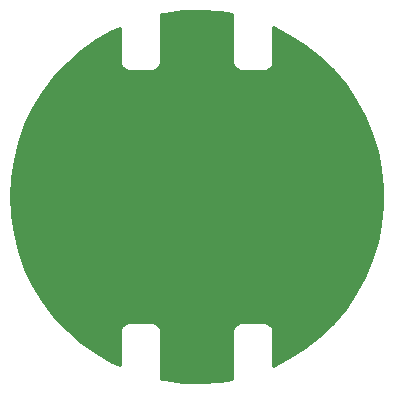
<source format=gbr>
%TF.GenerationSoftware,KiCad,Pcbnew,(5.1.9)-1*%
%TF.CreationDate,2022-07-15T12:11:18-04:00*%
%TF.ProjectId,X-Band_EPR_LGR,582d4261-6e64-45f4-9550-525f4c47522e,1.0*%
%TF.SameCoordinates,Original*%
%TF.FileFunction,Copper,L1,Top*%
%TF.FilePolarity,Positive*%
%FSLAX46Y46*%
G04 Gerber Fmt 4.6, Leading zero omitted, Abs format (unit mm)*
G04 Created by KiCad (PCBNEW (5.1.9)-1) date 2022-07-15 12:11:18*
%MOMM*%
%LPD*%
G01*
G04 APERTURE LIST*
%TA.AperFunction,ComponentPad*%
%ADD10C,5.000000*%
%TD*%
%TA.AperFunction,ComponentPad*%
%ADD11C,10.000000*%
%TD*%
%TA.AperFunction,ComponentPad*%
%ADD12C,8.000000*%
%TD*%
%TA.AperFunction,ComponentPad*%
%ADD13O,16.000000X2.000000*%
%TD*%
%TA.AperFunction,Conductor*%
%ADD14C,0.254000*%
%TD*%
%TA.AperFunction,Conductor*%
%ADD15C,0.100000*%
%TD*%
G04 APERTURE END LIST*
D10*
%TO.P,H2,1*%
%TO.N,GND*%
X91110000Y-91110000D03*
%TD*%
%TO.P,H3,1*%
%TO.N,GND*%
X108890000Y-91110000D03*
%TD*%
%TO.P,H4,1*%
%TO.N,GND*%
X108890000Y-108890000D03*
%TD*%
%TO.P,H5,1*%
%TO.N,GND*%
X91110000Y-108890000D03*
%TD*%
D11*
%TO.P,H1,1*%
%TO.N,GND*%
X100000000Y-100000000D03*
D12*
X107200000Y-100000000D03*
D13*
X100000000Y-100000000D03*
D12*
X92800000Y-100000000D03*
%TD*%
D14*
%TO.N,GND*%
X101955056Y-84399023D02*
X103023000Y-84587330D01*
X103023001Y-88577462D01*
X103023669Y-88584241D01*
X103023641Y-88588210D01*
X103023848Y-88590322D01*
X103036803Y-88713573D01*
X103039573Y-88727069D01*
X103042154Y-88740600D01*
X103042767Y-88742627D01*
X103042768Y-88742633D01*
X103042770Y-88742639D01*
X103079415Y-88861019D01*
X103084751Y-88873715D01*
X103089914Y-88886493D01*
X103090910Y-88888367D01*
X103149854Y-88997382D01*
X103157575Y-89008829D01*
X103165102Y-89020331D01*
X103166443Y-89021975D01*
X103245439Y-89117465D01*
X103255200Y-89127158D01*
X103264853Y-89137015D01*
X103266488Y-89138368D01*
X103362527Y-89216696D01*
X103374040Y-89224346D01*
X103385370Y-89232103D01*
X103387236Y-89233113D01*
X103496660Y-89291295D01*
X103509401Y-89296546D01*
X103522060Y-89301972D01*
X103524087Y-89302600D01*
X103642728Y-89338419D01*
X103656208Y-89341088D01*
X103669719Y-89343960D01*
X103671829Y-89344182D01*
X103795168Y-89356275D01*
X103795178Y-89356275D01*
X103802538Y-89357000D01*
X105722462Y-89357000D01*
X105729250Y-89356331D01*
X105733210Y-89356359D01*
X105735322Y-89356152D01*
X105858573Y-89343197D01*
X105872069Y-89340427D01*
X105885600Y-89337846D01*
X105887627Y-89337233D01*
X105887633Y-89337232D01*
X105887639Y-89337230D01*
X106006019Y-89300585D01*
X106018715Y-89295249D01*
X106031493Y-89290086D01*
X106033367Y-89289090D01*
X106142382Y-89230146D01*
X106153829Y-89222425D01*
X106165331Y-89214898D01*
X106166975Y-89213557D01*
X106262465Y-89134561D01*
X106272158Y-89124800D01*
X106282015Y-89115147D01*
X106283368Y-89113512D01*
X106361696Y-89017473D01*
X106369346Y-89005960D01*
X106377103Y-88994630D01*
X106378113Y-88992764D01*
X106436295Y-88883340D01*
X106441546Y-88870599D01*
X106446972Y-88857940D01*
X106447600Y-88855913D01*
X106483419Y-88737272D01*
X106486088Y-88723792D01*
X106488960Y-88710281D01*
X106489182Y-88708171D01*
X106501275Y-88584832D01*
X106501275Y-88584822D01*
X106502000Y-88577462D01*
X106502000Y-85686507D01*
X107861500Y-86383483D01*
X109178202Y-87233899D01*
X110403686Y-88211190D01*
X111525775Y-89305644D01*
X112533314Y-90506383D01*
X113416293Y-91801474D01*
X114165934Y-93178046D01*
X114774787Y-94622417D01*
X115236802Y-96120233D01*
X115547387Y-97656608D01*
X115703455Y-99216273D01*
X115703455Y-100783727D01*
X115547387Y-102343392D01*
X115236802Y-103879767D01*
X114774787Y-105377583D01*
X114165934Y-106821954D01*
X113416293Y-108198526D01*
X112533314Y-109493617D01*
X111525775Y-110694356D01*
X110403686Y-111788810D01*
X109178202Y-112766101D01*
X107861500Y-113616517D01*
X106502000Y-114313493D01*
X106502000Y-111422538D01*
X106501331Y-111415750D01*
X106501359Y-111411790D01*
X106501152Y-111409678D01*
X106488197Y-111286427D01*
X106485420Y-111272900D01*
X106482845Y-111259400D01*
X106482232Y-111257368D01*
X106445585Y-111138981D01*
X106440260Y-111126314D01*
X106435086Y-111113507D01*
X106434090Y-111111633D01*
X106375146Y-111002618D01*
X106367414Y-110991156D01*
X106359898Y-110979669D01*
X106358561Y-110978030D01*
X106358557Y-110978024D01*
X106358552Y-110978019D01*
X106279561Y-110882535D01*
X106269766Y-110872808D01*
X106260146Y-110862984D01*
X106258511Y-110861631D01*
X106162473Y-110783304D01*
X106150986Y-110775672D01*
X106139630Y-110767896D01*
X106137768Y-110766890D01*
X106137764Y-110766887D01*
X106137760Y-110766885D01*
X106028340Y-110708705D01*
X106015571Y-110703442D01*
X106002940Y-110698028D01*
X106000913Y-110697400D01*
X105882272Y-110661580D01*
X105868761Y-110658905D01*
X105855281Y-110656040D01*
X105853171Y-110655818D01*
X105729832Y-110643725D01*
X105729822Y-110643725D01*
X105722462Y-110643000D01*
X103802538Y-110643000D01*
X103795750Y-110643669D01*
X103791790Y-110643641D01*
X103789678Y-110643848D01*
X103666427Y-110656803D01*
X103652900Y-110659580D01*
X103639400Y-110662155D01*
X103637370Y-110662767D01*
X103637364Y-110662769D01*
X103518981Y-110699415D01*
X103506314Y-110704740D01*
X103493507Y-110709914D01*
X103491633Y-110710910D01*
X103382618Y-110769854D01*
X103371156Y-110777586D01*
X103359669Y-110785102D01*
X103358030Y-110786439D01*
X103358024Y-110786443D01*
X103358019Y-110786448D01*
X103262535Y-110865439D01*
X103252808Y-110875234D01*
X103242984Y-110884854D01*
X103241631Y-110886489D01*
X103163304Y-110982527D01*
X103155672Y-110994014D01*
X103147896Y-111005370D01*
X103146890Y-111007232D01*
X103146887Y-111007236D01*
X103146887Y-111007237D01*
X103088705Y-111116660D01*
X103083442Y-111129429D01*
X103078028Y-111142060D01*
X103077400Y-111144087D01*
X103041580Y-111262728D01*
X103038905Y-111276239D01*
X103036040Y-111289719D01*
X103035818Y-111291829D01*
X103023725Y-111415168D01*
X103023725Y-111415188D01*
X103023001Y-111422538D01*
X103023000Y-115412670D01*
X101955056Y-115600977D01*
X100391985Y-115718113D01*
X98825019Y-115679035D01*
X97269730Y-115484132D01*
X96977000Y-115417318D01*
X96977000Y-111422538D01*
X96976331Y-111415750D01*
X96976359Y-111411790D01*
X96976152Y-111409678D01*
X96963197Y-111286427D01*
X96960420Y-111272900D01*
X96957845Y-111259400D01*
X96957232Y-111257368D01*
X96920585Y-111138981D01*
X96915260Y-111126314D01*
X96910086Y-111113507D01*
X96909090Y-111111633D01*
X96850146Y-111002618D01*
X96842414Y-110991156D01*
X96834898Y-110979669D01*
X96833561Y-110978030D01*
X96833557Y-110978024D01*
X96833552Y-110978019D01*
X96754561Y-110882535D01*
X96744766Y-110872808D01*
X96735146Y-110862984D01*
X96733511Y-110861631D01*
X96637473Y-110783304D01*
X96625986Y-110775672D01*
X96614630Y-110767896D01*
X96612768Y-110766890D01*
X96612764Y-110766887D01*
X96612760Y-110766885D01*
X96503340Y-110708705D01*
X96490571Y-110703442D01*
X96477940Y-110698028D01*
X96475913Y-110697400D01*
X96357272Y-110661580D01*
X96343761Y-110658905D01*
X96330281Y-110656040D01*
X96328171Y-110655818D01*
X96204832Y-110643725D01*
X96204822Y-110643725D01*
X96197462Y-110643000D01*
X94277538Y-110643000D01*
X94270750Y-110643669D01*
X94266790Y-110643641D01*
X94264678Y-110643848D01*
X94141427Y-110656803D01*
X94127900Y-110659580D01*
X94114400Y-110662155D01*
X94112370Y-110662767D01*
X94112364Y-110662769D01*
X93993981Y-110699415D01*
X93981314Y-110704740D01*
X93968507Y-110709914D01*
X93966633Y-110710910D01*
X93857618Y-110769854D01*
X93846156Y-110777586D01*
X93834669Y-110785102D01*
X93833030Y-110786439D01*
X93833024Y-110786443D01*
X93833019Y-110786448D01*
X93737535Y-110865439D01*
X93727808Y-110875234D01*
X93717984Y-110884854D01*
X93716631Y-110886489D01*
X93638304Y-110982527D01*
X93630672Y-110994014D01*
X93622896Y-111005370D01*
X93621890Y-111007232D01*
X93621887Y-111007236D01*
X93621887Y-111007237D01*
X93563705Y-111116660D01*
X93558442Y-111129429D01*
X93553028Y-111142060D01*
X93552400Y-111144087D01*
X93516580Y-111262728D01*
X93513905Y-111276239D01*
X93511040Y-111289719D01*
X93510818Y-111291829D01*
X93498725Y-111415168D01*
X93498725Y-111415188D01*
X93498001Y-111422538D01*
X93498000Y-114294221D01*
X92827000Y-113991454D01*
X91469545Y-113207728D01*
X90196870Y-112292736D01*
X89021623Y-111255574D01*
X87955483Y-110106550D01*
X87009048Y-108857081D01*
X86191722Y-107519587D01*
X85511630Y-106107360D01*
X84975529Y-104634436D01*
X84588748Y-103115452D01*
X84355131Y-101565505D01*
X84277000Y-100000000D01*
X84355131Y-98434495D01*
X84588748Y-96884548D01*
X84975529Y-95365564D01*
X85511630Y-93892640D01*
X86191722Y-92480413D01*
X87009048Y-91142919D01*
X87955483Y-89893450D01*
X89021623Y-88744426D01*
X90196870Y-87707264D01*
X91469545Y-86792272D01*
X92827000Y-86008546D01*
X93498000Y-85705779D01*
X93498001Y-88577462D01*
X93498669Y-88584241D01*
X93498641Y-88588210D01*
X93498848Y-88590322D01*
X93511803Y-88713573D01*
X93514573Y-88727069D01*
X93517154Y-88740600D01*
X93517767Y-88742627D01*
X93517768Y-88742633D01*
X93517770Y-88742639D01*
X93554415Y-88861019D01*
X93559751Y-88873715D01*
X93564914Y-88886493D01*
X93565910Y-88888367D01*
X93624854Y-88997382D01*
X93632575Y-89008829D01*
X93640102Y-89020331D01*
X93641443Y-89021975D01*
X93720439Y-89117465D01*
X93730200Y-89127158D01*
X93739853Y-89137015D01*
X93741488Y-89138368D01*
X93837527Y-89216696D01*
X93849040Y-89224346D01*
X93860370Y-89232103D01*
X93862236Y-89233113D01*
X93971660Y-89291295D01*
X93984401Y-89296546D01*
X93997060Y-89301972D01*
X93999087Y-89302600D01*
X94117728Y-89338419D01*
X94131208Y-89341088D01*
X94144719Y-89343960D01*
X94146829Y-89344182D01*
X94270168Y-89356275D01*
X94270178Y-89356275D01*
X94277538Y-89357000D01*
X96197462Y-89357000D01*
X96204250Y-89356331D01*
X96208210Y-89356359D01*
X96210322Y-89356152D01*
X96333573Y-89343197D01*
X96347069Y-89340427D01*
X96360600Y-89337846D01*
X96362627Y-89337233D01*
X96362633Y-89337232D01*
X96362639Y-89337230D01*
X96481019Y-89300585D01*
X96493715Y-89295249D01*
X96506493Y-89290086D01*
X96508367Y-89289090D01*
X96617382Y-89230146D01*
X96628829Y-89222425D01*
X96640331Y-89214898D01*
X96641975Y-89213557D01*
X96737465Y-89134561D01*
X96747158Y-89124800D01*
X96757015Y-89115147D01*
X96758368Y-89113512D01*
X96836696Y-89017473D01*
X96844346Y-89005960D01*
X96852103Y-88994630D01*
X96853113Y-88992764D01*
X96911295Y-88883340D01*
X96916546Y-88870599D01*
X96921972Y-88857940D01*
X96922600Y-88855913D01*
X96958419Y-88737272D01*
X96961088Y-88723792D01*
X96963960Y-88710281D01*
X96964182Y-88708171D01*
X96976275Y-88584832D01*
X96976275Y-88584822D01*
X96977000Y-88577462D01*
X96977000Y-84582682D01*
X97269730Y-84515868D01*
X98825019Y-84320965D01*
X100391985Y-84281887D01*
X101955056Y-84399023D01*
%TA.AperFunction,Conductor*%
D15*
G36*
X101955056Y-84399023D02*
G01*
X103023000Y-84587330D01*
X103023001Y-88577462D01*
X103023669Y-88584241D01*
X103023641Y-88588210D01*
X103023848Y-88590322D01*
X103036803Y-88713573D01*
X103039573Y-88727069D01*
X103042154Y-88740600D01*
X103042767Y-88742627D01*
X103042768Y-88742633D01*
X103042770Y-88742639D01*
X103079415Y-88861019D01*
X103084751Y-88873715D01*
X103089914Y-88886493D01*
X103090910Y-88888367D01*
X103149854Y-88997382D01*
X103157575Y-89008829D01*
X103165102Y-89020331D01*
X103166443Y-89021975D01*
X103245439Y-89117465D01*
X103255200Y-89127158D01*
X103264853Y-89137015D01*
X103266488Y-89138368D01*
X103362527Y-89216696D01*
X103374040Y-89224346D01*
X103385370Y-89232103D01*
X103387236Y-89233113D01*
X103496660Y-89291295D01*
X103509401Y-89296546D01*
X103522060Y-89301972D01*
X103524087Y-89302600D01*
X103642728Y-89338419D01*
X103656208Y-89341088D01*
X103669719Y-89343960D01*
X103671829Y-89344182D01*
X103795168Y-89356275D01*
X103795178Y-89356275D01*
X103802538Y-89357000D01*
X105722462Y-89357000D01*
X105729250Y-89356331D01*
X105733210Y-89356359D01*
X105735322Y-89356152D01*
X105858573Y-89343197D01*
X105872069Y-89340427D01*
X105885600Y-89337846D01*
X105887627Y-89337233D01*
X105887633Y-89337232D01*
X105887639Y-89337230D01*
X106006019Y-89300585D01*
X106018715Y-89295249D01*
X106031493Y-89290086D01*
X106033367Y-89289090D01*
X106142382Y-89230146D01*
X106153829Y-89222425D01*
X106165331Y-89214898D01*
X106166975Y-89213557D01*
X106262465Y-89134561D01*
X106272158Y-89124800D01*
X106282015Y-89115147D01*
X106283368Y-89113512D01*
X106361696Y-89017473D01*
X106369346Y-89005960D01*
X106377103Y-88994630D01*
X106378113Y-88992764D01*
X106436295Y-88883340D01*
X106441546Y-88870599D01*
X106446972Y-88857940D01*
X106447600Y-88855913D01*
X106483419Y-88737272D01*
X106486088Y-88723792D01*
X106488960Y-88710281D01*
X106489182Y-88708171D01*
X106501275Y-88584832D01*
X106501275Y-88584822D01*
X106502000Y-88577462D01*
X106502000Y-85686507D01*
X107861500Y-86383483D01*
X109178202Y-87233899D01*
X110403686Y-88211190D01*
X111525775Y-89305644D01*
X112533314Y-90506383D01*
X113416293Y-91801474D01*
X114165934Y-93178046D01*
X114774787Y-94622417D01*
X115236802Y-96120233D01*
X115547387Y-97656608D01*
X115703455Y-99216273D01*
X115703455Y-100783727D01*
X115547387Y-102343392D01*
X115236802Y-103879767D01*
X114774787Y-105377583D01*
X114165934Y-106821954D01*
X113416293Y-108198526D01*
X112533314Y-109493617D01*
X111525775Y-110694356D01*
X110403686Y-111788810D01*
X109178202Y-112766101D01*
X107861500Y-113616517D01*
X106502000Y-114313493D01*
X106502000Y-111422538D01*
X106501331Y-111415750D01*
X106501359Y-111411790D01*
X106501152Y-111409678D01*
X106488197Y-111286427D01*
X106485420Y-111272900D01*
X106482845Y-111259400D01*
X106482232Y-111257368D01*
X106445585Y-111138981D01*
X106440260Y-111126314D01*
X106435086Y-111113507D01*
X106434090Y-111111633D01*
X106375146Y-111002618D01*
X106367414Y-110991156D01*
X106359898Y-110979669D01*
X106358561Y-110978030D01*
X106358557Y-110978024D01*
X106358552Y-110978019D01*
X106279561Y-110882535D01*
X106269766Y-110872808D01*
X106260146Y-110862984D01*
X106258511Y-110861631D01*
X106162473Y-110783304D01*
X106150986Y-110775672D01*
X106139630Y-110767896D01*
X106137768Y-110766890D01*
X106137764Y-110766887D01*
X106137760Y-110766885D01*
X106028340Y-110708705D01*
X106015571Y-110703442D01*
X106002940Y-110698028D01*
X106000913Y-110697400D01*
X105882272Y-110661580D01*
X105868761Y-110658905D01*
X105855281Y-110656040D01*
X105853171Y-110655818D01*
X105729832Y-110643725D01*
X105729822Y-110643725D01*
X105722462Y-110643000D01*
X103802538Y-110643000D01*
X103795750Y-110643669D01*
X103791790Y-110643641D01*
X103789678Y-110643848D01*
X103666427Y-110656803D01*
X103652900Y-110659580D01*
X103639400Y-110662155D01*
X103637370Y-110662767D01*
X103637364Y-110662769D01*
X103518981Y-110699415D01*
X103506314Y-110704740D01*
X103493507Y-110709914D01*
X103491633Y-110710910D01*
X103382618Y-110769854D01*
X103371156Y-110777586D01*
X103359669Y-110785102D01*
X103358030Y-110786439D01*
X103358024Y-110786443D01*
X103358019Y-110786448D01*
X103262535Y-110865439D01*
X103252808Y-110875234D01*
X103242984Y-110884854D01*
X103241631Y-110886489D01*
X103163304Y-110982527D01*
X103155672Y-110994014D01*
X103147896Y-111005370D01*
X103146890Y-111007232D01*
X103146887Y-111007236D01*
X103146887Y-111007237D01*
X103088705Y-111116660D01*
X103083442Y-111129429D01*
X103078028Y-111142060D01*
X103077400Y-111144087D01*
X103041580Y-111262728D01*
X103038905Y-111276239D01*
X103036040Y-111289719D01*
X103035818Y-111291829D01*
X103023725Y-111415168D01*
X103023725Y-111415188D01*
X103023001Y-111422538D01*
X103023000Y-115412670D01*
X101955056Y-115600977D01*
X100391985Y-115718113D01*
X98825019Y-115679035D01*
X97269730Y-115484132D01*
X96977000Y-115417318D01*
X96977000Y-111422538D01*
X96976331Y-111415750D01*
X96976359Y-111411790D01*
X96976152Y-111409678D01*
X96963197Y-111286427D01*
X96960420Y-111272900D01*
X96957845Y-111259400D01*
X96957232Y-111257368D01*
X96920585Y-111138981D01*
X96915260Y-111126314D01*
X96910086Y-111113507D01*
X96909090Y-111111633D01*
X96850146Y-111002618D01*
X96842414Y-110991156D01*
X96834898Y-110979669D01*
X96833561Y-110978030D01*
X96833557Y-110978024D01*
X96833552Y-110978019D01*
X96754561Y-110882535D01*
X96744766Y-110872808D01*
X96735146Y-110862984D01*
X96733511Y-110861631D01*
X96637473Y-110783304D01*
X96625986Y-110775672D01*
X96614630Y-110767896D01*
X96612768Y-110766890D01*
X96612764Y-110766887D01*
X96612760Y-110766885D01*
X96503340Y-110708705D01*
X96490571Y-110703442D01*
X96477940Y-110698028D01*
X96475913Y-110697400D01*
X96357272Y-110661580D01*
X96343761Y-110658905D01*
X96330281Y-110656040D01*
X96328171Y-110655818D01*
X96204832Y-110643725D01*
X96204822Y-110643725D01*
X96197462Y-110643000D01*
X94277538Y-110643000D01*
X94270750Y-110643669D01*
X94266790Y-110643641D01*
X94264678Y-110643848D01*
X94141427Y-110656803D01*
X94127900Y-110659580D01*
X94114400Y-110662155D01*
X94112370Y-110662767D01*
X94112364Y-110662769D01*
X93993981Y-110699415D01*
X93981314Y-110704740D01*
X93968507Y-110709914D01*
X93966633Y-110710910D01*
X93857618Y-110769854D01*
X93846156Y-110777586D01*
X93834669Y-110785102D01*
X93833030Y-110786439D01*
X93833024Y-110786443D01*
X93833019Y-110786448D01*
X93737535Y-110865439D01*
X93727808Y-110875234D01*
X93717984Y-110884854D01*
X93716631Y-110886489D01*
X93638304Y-110982527D01*
X93630672Y-110994014D01*
X93622896Y-111005370D01*
X93621890Y-111007232D01*
X93621887Y-111007236D01*
X93621887Y-111007237D01*
X93563705Y-111116660D01*
X93558442Y-111129429D01*
X93553028Y-111142060D01*
X93552400Y-111144087D01*
X93516580Y-111262728D01*
X93513905Y-111276239D01*
X93511040Y-111289719D01*
X93510818Y-111291829D01*
X93498725Y-111415168D01*
X93498725Y-111415188D01*
X93498001Y-111422538D01*
X93498000Y-114294221D01*
X92827000Y-113991454D01*
X91469545Y-113207728D01*
X90196870Y-112292736D01*
X89021623Y-111255574D01*
X87955483Y-110106550D01*
X87009048Y-108857081D01*
X86191722Y-107519587D01*
X85511630Y-106107360D01*
X84975529Y-104634436D01*
X84588748Y-103115452D01*
X84355131Y-101565505D01*
X84277000Y-100000000D01*
X84355131Y-98434495D01*
X84588748Y-96884548D01*
X84975529Y-95365564D01*
X85511630Y-93892640D01*
X86191722Y-92480413D01*
X87009048Y-91142919D01*
X87955483Y-89893450D01*
X89021623Y-88744426D01*
X90196870Y-87707264D01*
X91469545Y-86792272D01*
X92827000Y-86008546D01*
X93498000Y-85705779D01*
X93498001Y-88577462D01*
X93498669Y-88584241D01*
X93498641Y-88588210D01*
X93498848Y-88590322D01*
X93511803Y-88713573D01*
X93514573Y-88727069D01*
X93517154Y-88740600D01*
X93517767Y-88742627D01*
X93517768Y-88742633D01*
X93517770Y-88742639D01*
X93554415Y-88861019D01*
X93559751Y-88873715D01*
X93564914Y-88886493D01*
X93565910Y-88888367D01*
X93624854Y-88997382D01*
X93632575Y-89008829D01*
X93640102Y-89020331D01*
X93641443Y-89021975D01*
X93720439Y-89117465D01*
X93730200Y-89127158D01*
X93739853Y-89137015D01*
X93741488Y-89138368D01*
X93837527Y-89216696D01*
X93849040Y-89224346D01*
X93860370Y-89232103D01*
X93862236Y-89233113D01*
X93971660Y-89291295D01*
X93984401Y-89296546D01*
X93997060Y-89301972D01*
X93999087Y-89302600D01*
X94117728Y-89338419D01*
X94131208Y-89341088D01*
X94144719Y-89343960D01*
X94146829Y-89344182D01*
X94270168Y-89356275D01*
X94270178Y-89356275D01*
X94277538Y-89357000D01*
X96197462Y-89357000D01*
X96204250Y-89356331D01*
X96208210Y-89356359D01*
X96210322Y-89356152D01*
X96333573Y-89343197D01*
X96347069Y-89340427D01*
X96360600Y-89337846D01*
X96362627Y-89337233D01*
X96362633Y-89337232D01*
X96362639Y-89337230D01*
X96481019Y-89300585D01*
X96493715Y-89295249D01*
X96506493Y-89290086D01*
X96508367Y-89289090D01*
X96617382Y-89230146D01*
X96628829Y-89222425D01*
X96640331Y-89214898D01*
X96641975Y-89213557D01*
X96737465Y-89134561D01*
X96747158Y-89124800D01*
X96757015Y-89115147D01*
X96758368Y-89113512D01*
X96836696Y-89017473D01*
X96844346Y-89005960D01*
X96852103Y-88994630D01*
X96853113Y-88992764D01*
X96911295Y-88883340D01*
X96916546Y-88870599D01*
X96921972Y-88857940D01*
X96922600Y-88855913D01*
X96958419Y-88737272D01*
X96961088Y-88723792D01*
X96963960Y-88710281D01*
X96964182Y-88708171D01*
X96976275Y-88584832D01*
X96976275Y-88584822D01*
X96977000Y-88577462D01*
X96977000Y-84582682D01*
X97269730Y-84515868D01*
X98825019Y-84320965D01*
X100391985Y-84281887D01*
X101955056Y-84399023D01*
G37*
%TD.AperFunction*%
%TD*%
M02*

</source>
